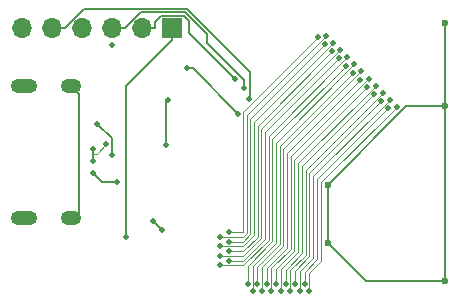
<source format=gbl>
G04 #@! TF.GenerationSoftware,KiCad,Pcbnew,5.1.7-a382d34a8~87~ubuntu20.04.1*
G04 #@! TF.CreationDate,2020-11-13T02:39:59+00:00*
G04 #@! TF.ProjectId,ILI2511-N7,494c4932-3531-4312-9d4e-372e6b696361,rev?*
G04 #@! TF.SameCoordinates,Original*
G04 #@! TF.FileFunction,Copper,L2,Bot*
G04 #@! TF.FilePolarity,Positive*
%FSLAX46Y46*%
G04 Gerber Fmt 4.6, Leading zero omitted, Abs format (unit mm)*
G04 Created by KiCad (PCBNEW 5.1.7-a382d34a8~87~ubuntu20.04.1) date 2020-11-13 02:39:59*
%MOMM*%
%LPD*%
G01*
G04 APERTURE LIST*
G04 #@! TA.AperFunction,ComponentPad*
%ADD10O,2.250000X1.250000*%
G04 #@! TD*
G04 #@! TA.AperFunction,ComponentPad*
%ADD11O,1.750000X1.250000*%
G04 #@! TD*
G04 #@! TA.AperFunction,ComponentPad*
%ADD12O,1.700000X1.700000*%
G04 #@! TD*
G04 #@! TA.AperFunction,ComponentPad*
%ADD13R,1.700000X1.700000*%
G04 #@! TD*
G04 #@! TA.AperFunction,ViaPad*
%ADD14C,0.600000*%
G04 #@! TD*
G04 #@! TA.AperFunction,ViaPad*
%ADD15C,0.500000*%
G04 #@! TD*
G04 #@! TA.AperFunction,Conductor*
%ADD16C,0.200000*%
G04 #@! TD*
G04 #@! TA.AperFunction,Conductor*
%ADD17C,0.100000*%
G04 #@! TD*
G04 APERTURE END LIST*
D10*
X130220000Y-70900000D03*
D11*
X134220000Y-70924400D03*
X134220000Y-82100000D03*
D10*
X130220000Y-82050000D03*
D12*
X130050000Y-66000000D03*
X132590000Y-66000000D03*
X135130000Y-66000000D03*
X137670000Y-66000000D03*
X140210000Y-66000000D03*
D13*
X142750000Y-66000000D03*
D14*
X155920000Y-84200000D03*
X165830000Y-87400000D03*
X165810000Y-72630000D03*
X165810000Y-65580000D03*
X155940000Y-79250000D03*
D15*
X141870000Y-83110000D03*
X141100000Y-82350000D03*
X148064500Y-70273700D03*
X138869100Y-83704900D03*
X142240000Y-75890000D03*
X142400000Y-72080000D03*
X136417700Y-74084500D03*
X137654600Y-76720000D03*
X161760000Y-72640000D03*
X154350000Y-88250000D03*
X161060000Y-72770000D03*
X153950000Y-87660000D03*
X153550000Y-88250000D03*
X161170000Y-72070000D03*
X160460000Y-72170000D03*
X153150000Y-87660000D03*
X152750000Y-88250000D03*
X160570000Y-71470000D03*
X152350000Y-87660000D03*
X159860000Y-71570000D03*
X159970000Y-70870000D03*
X151950000Y-88250000D03*
X151550000Y-87660000D03*
X159260000Y-70970000D03*
X151150000Y-88250000D03*
X159370000Y-70270000D03*
X150750000Y-87660000D03*
X158660000Y-70370000D03*
X150350000Y-88250000D03*
X158770000Y-69670000D03*
X158060000Y-69770000D03*
X149950000Y-87660000D03*
X158170000Y-69070000D03*
X149550000Y-88250000D03*
X149150000Y-87660000D03*
X157460000Y-69170000D03*
X146820000Y-86080000D03*
X157570000Y-68470000D03*
X147560000Y-85680000D03*
X156860000Y-68570000D03*
X146820000Y-85280000D03*
X156970000Y-67870000D03*
X147560000Y-84880000D03*
X156260000Y-67970000D03*
X156370000Y-67270000D03*
X146820000Y-84480000D03*
X155660000Y-67370000D03*
X147560000Y-84080000D03*
X146820000Y-83680000D03*
X155770000Y-66670000D03*
X147560000Y-83280000D03*
X155060000Y-66770000D03*
X149291600Y-71972000D03*
X148347500Y-73238200D03*
X143998700Y-69360000D03*
X148848700Y-71040800D03*
X137670000Y-67470000D03*
X138060000Y-79010000D03*
X136030000Y-78240000D03*
X137179600Y-75829600D03*
X136040000Y-77250000D03*
X136040000Y-76260000D03*
D16*
X134220000Y-70924400D02*
X134864000Y-71568400D01*
X134864000Y-71568400D02*
X134864000Y-81883700D01*
X134220000Y-82100000D02*
X134456000Y-82100000D01*
X134456000Y-82100000D02*
X134481000Y-82075000D01*
X155920000Y-84200000D02*
X155920000Y-79270000D01*
X155920000Y-79270000D02*
X155940000Y-79250000D01*
X155920000Y-84200000D02*
X159120000Y-87400000D01*
X159120000Y-87400000D02*
X165830000Y-87400000D01*
X165830000Y-87400000D02*
X165830000Y-72650000D01*
X165830000Y-72650000D02*
X165810000Y-72630000D01*
X165810000Y-72630000D02*
X165810000Y-65580000D01*
X155940000Y-79250000D02*
X162560000Y-72630000D01*
X162560000Y-72630000D02*
X165810000Y-72630000D01*
X134481000Y-82075000D02*
X134672000Y-82075000D01*
X134672000Y-82075000D02*
X134864000Y-81883700D01*
X141860000Y-83110000D02*
X141100000Y-82350000D01*
X141870000Y-83110000D02*
X141860000Y-83110000D01*
X141260300Y-66000000D02*
X141260300Y-65474800D01*
X141260300Y-65474800D02*
X141785400Y-64949700D01*
X141785400Y-64949700D02*
X143712700Y-64949700D01*
X143712700Y-64949700D02*
X144189900Y-65426900D01*
X144189900Y-65426900D02*
X144189900Y-66399100D01*
X144189900Y-66399100D02*
X148064500Y-70273700D01*
X140210000Y-66000000D02*
X141260300Y-66000000D01*
X142750000Y-66000000D02*
X142750000Y-67050300D01*
X142750000Y-67050300D02*
X138869100Y-70931200D01*
X138869100Y-70931200D02*
X138869100Y-83704900D01*
X142240000Y-72240000D02*
X142400000Y-72080000D01*
X142240000Y-75890000D02*
X142240000Y-72240000D01*
X136417700Y-74084500D02*
X137654500Y-75321300D01*
X137654500Y-75321300D02*
X137654500Y-76720000D01*
X137654500Y-76720000D02*
X137654600Y-76720000D01*
D17*
X161760000Y-72640000D02*
X155340000Y-79060000D01*
X155340000Y-79060000D02*
X155340000Y-85730000D01*
X155340000Y-85730000D02*
X154350000Y-86720000D01*
X154350000Y-86720000D02*
X154350000Y-88250000D01*
X153950000Y-87660000D02*
X153950000Y-86660000D01*
X153950000Y-86660000D02*
X155020000Y-85590000D01*
X155020000Y-85590000D02*
X155020000Y-78810000D01*
X155020000Y-78810000D02*
X161060000Y-72770000D01*
X161170000Y-72070000D02*
X154708000Y-78532000D01*
X154708000Y-78532000D02*
X154690000Y-78532000D01*
X154690000Y-78532000D02*
X154690000Y-85460000D01*
X154690000Y-85460000D02*
X153550000Y-86600000D01*
X153550000Y-86600000D02*
X153550000Y-88250000D01*
X153150000Y-87660000D02*
X153150000Y-86550000D01*
X153150000Y-86550000D02*
X154370000Y-85330000D01*
X154370000Y-85330000D02*
X154370000Y-78260000D01*
X154370000Y-78260000D02*
X160460000Y-72170000D01*
X160570000Y-71470000D02*
X154052000Y-77988000D01*
X154052000Y-77988000D02*
X154050000Y-77988000D01*
X154050000Y-77988000D02*
X154050000Y-85200000D01*
X154050000Y-85200000D02*
X152750000Y-86500000D01*
X152750000Y-86500000D02*
X152750000Y-88250000D01*
X152350000Y-87660000D02*
X152350000Y-86460000D01*
X152350000Y-86460000D02*
X153730000Y-85080000D01*
X153730000Y-85080000D02*
X153730000Y-77700000D01*
X153730000Y-77700000D02*
X159860000Y-71570000D01*
X159970000Y-70870000D02*
X153402000Y-77438000D01*
X153402000Y-77438000D02*
X153400000Y-77438000D01*
X153400000Y-77438000D02*
X153400000Y-84970000D01*
X153400000Y-84970000D02*
X151950000Y-86420000D01*
X151950000Y-86420000D02*
X151950000Y-88250000D01*
X151550000Y-87660000D02*
X151550000Y-86380000D01*
X151550000Y-86380000D02*
X153080000Y-84850000D01*
X153080000Y-84850000D02*
X153080000Y-77150000D01*
X153080000Y-77150000D02*
X159260000Y-70970000D01*
X159370000Y-70270000D02*
X159352000Y-70270000D01*
X159352000Y-70270000D02*
X152770000Y-76852000D01*
X152770000Y-76852000D02*
X152770000Y-84710000D01*
X152770000Y-84710000D02*
X151150000Y-86330000D01*
X151150000Y-86330000D02*
X151150000Y-88250000D01*
X150750000Y-87660000D02*
X150750000Y-86290000D01*
X150750000Y-86290000D02*
X152460000Y-84580000D01*
X152460000Y-84580000D02*
X152460000Y-76570000D01*
X152460000Y-76570000D02*
X158660000Y-70370000D01*
X150350000Y-88250000D02*
X150350000Y-86250000D01*
X150350000Y-86250000D02*
X152150000Y-84450000D01*
X152150000Y-84450000D02*
X152150000Y-76272000D01*
X152150000Y-76272000D02*
X158752000Y-69670000D01*
X158752000Y-69670000D02*
X158770000Y-69670000D01*
X149950000Y-87660000D02*
X149950000Y-86210000D01*
X149950000Y-86210000D02*
X151840000Y-84320000D01*
X151840000Y-84320000D02*
X151840000Y-75990000D01*
X151840000Y-75990000D02*
X158060000Y-69770000D01*
X149550000Y-87967200D02*
X149490000Y-88027200D01*
X149490000Y-88027200D02*
X149490000Y-88150000D01*
X149550000Y-87967200D02*
X149550000Y-88250000D01*
X158170000Y-69070000D02*
X151532000Y-75708000D01*
X151532000Y-75708000D02*
X151530000Y-75708000D01*
X151530000Y-75708000D02*
X151530000Y-84190000D01*
X151530000Y-84190000D02*
X149550000Y-86170000D01*
X149550000Y-86170000D02*
X149550000Y-87967200D01*
X149500000Y-88160000D02*
X149490000Y-88150000D01*
X149150000Y-87660000D02*
X149150000Y-86130000D01*
X149150000Y-86130000D02*
X151220000Y-84060000D01*
X151220000Y-84060000D02*
X151220000Y-75410000D01*
X151220000Y-75410000D02*
X157460000Y-69170000D01*
X157570000Y-68470000D02*
X150912000Y-75128000D01*
X150912000Y-75128000D02*
X150910000Y-75128000D01*
X150910000Y-75128000D02*
X150910000Y-83920000D01*
X150910000Y-83920000D02*
X148750000Y-86080000D01*
X148750000Y-86080000D02*
X146820000Y-86080000D01*
X147560000Y-85680000D02*
X148750000Y-85680000D01*
X148750000Y-85680000D02*
X150600000Y-83830000D01*
X150600000Y-83830000D02*
X150600000Y-74830000D01*
X150600000Y-74830000D02*
X156860000Y-68570000D01*
X156970000Y-67870000D02*
X150308000Y-74532000D01*
X150308000Y-74532000D02*
X150290000Y-74532000D01*
X150290000Y-74532000D02*
X150290000Y-83740000D01*
X150290000Y-83740000D02*
X148750000Y-85280000D01*
X148750000Y-85280000D02*
X146820000Y-85280000D01*
X147560000Y-84880000D02*
X148750000Y-84880000D01*
X148750000Y-84880000D02*
X149980000Y-83650000D01*
X149980000Y-83650000D02*
X149980000Y-74250000D01*
X149980000Y-74250000D02*
X156260000Y-67970000D01*
X156370000Y-67270000D02*
X149672000Y-73968000D01*
X149672000Y-73968000D02*
X149670000Y-73968000D01*
X149670000Y-73968000D02*
X149670000Y-83560000D01*
X149670000Y-83560000D02*
X148750000Y-84480000D01*
X148750000Y-84480000D02*
X146820000Y-84480000D01*
X147560000Y-84080000D02*
X148750000Y-84080000D01*
X148750000Y-84080000D02*
X149360000Y-83470000D01*
X149360000Y-83470000D02*
X149360000Y-73670000D01*
X149360000Y-73670000D02*
X155660000Y-67370000D01*
X155770000Y-66670000D02*
X149052000Y-73388000D01*
X149052000Y-73388000D02*
X149050000Y-73388000D01*
X149050000Y-73388000D02*
X149050000Y-83380000D01*
X149050000Y-83380000D02*
X148750000Y-83680000D01*
X148750000Y-83680000D02*
X146820000Y-83680000D01*
X147560000Y-83280000D02*
X148750000Y-83280000D01*
X148750000Y-83280000D02*
X148750000Y-73080000D01*
X148750000Y-73080000D02*
X155060000Y-66770000D01*
D16*
X133640300Y-66000000D02*
X135291200Y-64349100D01*
X135291200Y-64349100D02*
X143961300Y-64349100D01*
X143961300Y-64349100D02*
X149344600Y-69732400D01*
X149344600Y-69732400D02*
X149344600Y-71919000D01*
X149344600Y-71919000D02*
X149291600Y-71972000D01*
X132590000Y-66000000D02*
X133640300Y-66000000D01*
X148347500Y-73238200D02*
X144469300Y-69360000D01*
X144469300Y-69360000D02*
X143998700Y-69360000D01*
X138720300Y-66000000D02*
X140070900Y-64649400D01*
X140070900Y-64649400D02*
X143837000Y-64649400D01*
X143837000Y-64649400D02*
X145690200Y-66502600D01*
X145690200Y-66502600D02*
X145690200Y-67250000D01*
X145690200Y-67250000D02*
X148848700Y-70408500D01*
X148848700Y-70408500D02*
X148848700Y-71040800D01*
X137670000Y-66000000D02*
X138720300Y-66000000D01*
X136030000Y-78240000D02*
X136800000Y-79010000D01*
X136800000Y-79010000D02*
X138060000Y-79010000D01*
D17*
X136040000Y-76663100D02*
X136346100Y-76663100D01*
X136346100Y-76663100D02*
X137179600Y-75829600D01*
D16*
X136040000Y-76663100D02*
X136040000Y-77250000D01*
X136040000Y-76260000D02*
X136040000Y-76663100D01*
M02*

</source>
